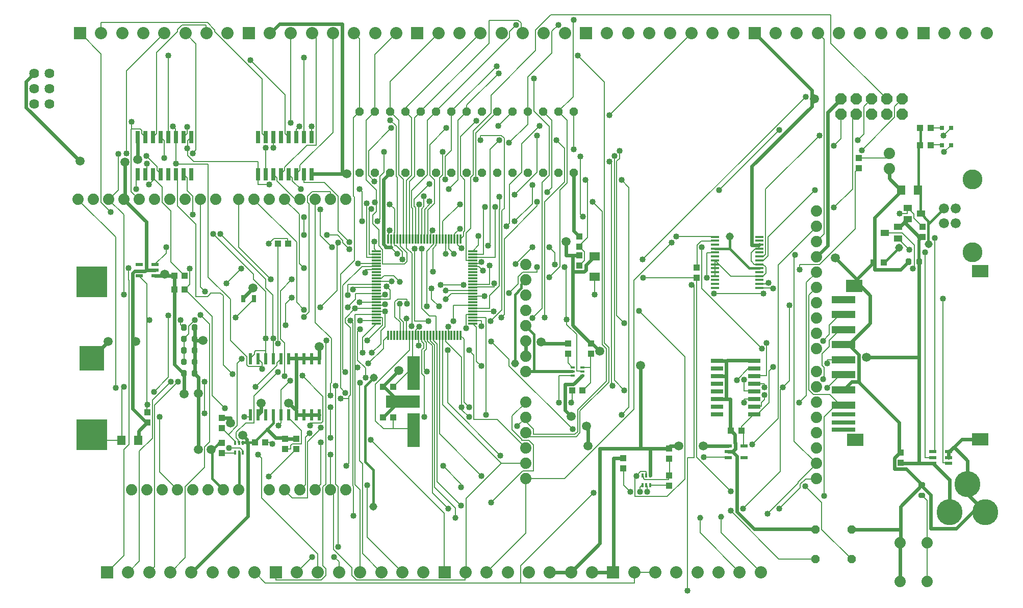
<source format=gtl>
G75*
%MOIN*%
%OFA0B0*%
%FSLAX24Y24*%
%IPPOS*%
%LPD*%
%AMOC8*
5,1,8,0,0,1.08239X$1,22.5*
%
%ADD10R,0.0433X0.0394*%
%ADD11R,0.0315X0.0472*%
%ADD12R,0.0800X0.0260*%
%ADD13R,0.0472X0.0217*%
%ADD14R,0.1102X0.0787*%
%ADD15R,0.1575X0.0276*%
%ADD16R,0.1575X0.0472*%
%ADD17R,0.1600X0.1600*%
%ADD18R,0.2000X0.2000*%
%ADD19C,0.0740*%
%ADD20R,0.0394X0.0433*%
%ADD21OC8,0.0560*%
%ADD22C,0.0640*%
%ADD23C,0.1700*%
%ADD24R,0.0550X0.0137*%
%ADD25R,0.0315X0.0315*%
%ADD26R,0.0551X0.0394*%
%ADD27C,0.0283*%
%ADD28R,0.0480X0.0245*%
%ADD29C,0.0660*%
%ADD30C,0.1300*%
%ADD31R,0.0551X0.0630*%
%ADD32R,0.0209X0.0780*%
%ADD33R,0.0591X0.0118*%
%ADD34R,0.0118X0.0591*%
%ADD35R,0.0709X0.0551*%
%ADD36R,0.0827X0.2205*%
%ADD37R,0.2205X0.0827*%
%ADD38R,0.0118X0.0276*%
%ADD39R,0.0260X0.0800*%
%ADD40R,0.0800X0.0800*%
%ADD41C,0.0800*%
%ADD42R,0.0276X0.0118*%
%ADD43OC8,0.0740*%
%ADD44C,0.0080*%
%ADD45C,0.0240*%
%ADD46C,0.0160*%
%ADD47C,0.0060*%
%ADD48C,0.0397*%
%ADD49C,0.0594*%
%ADD50C,0.0200*%
%ADD51C,0.0300*%
%ADD52C,0.0400*%
%ADD53C,0.0515*%
D10*
X013881Y009495D03*
X013881Y010165D03*
X013881Y011120D03*
X013881Y011790D03*
X018006Y010415D03*
X018756Y010415D03*
X018756Y009745D03*
X018006Y009745D03*
X024421Y011830D03*
X025091Y011830D03*
X025091Y013830D03*
X024421Y013830D03*
X036506Y015995D03*
X036506Y016665D03*
X038006Y016665D03*
X038006Y015995D03*
X037466Y013580D03*
X036796Y013580D03*
X043131Y009790D03*
X043131Y009120D03*
X040131Y009165D03*
X040131Y008495D03*
X047171Y010955D03*
X047841Y010955D03*
X056496Y021946D03*
X057165Y021946D03*
X059681Y023629D03*
X059681Y024299D03*
X055506Y028120D03*
X055506Y028790D03*
X037256Y023665D03*
X037256Y022995D03*
X037256Y022415D03*
X037256Y021745D03*
X018216Y023205D03*
X017546Y023205D03*
D11*
X015985Y019580D03*
X015277Y019580D03*
D12*
X046259Y015535D03*
X046259Y015035D03*
X046259Y014535D03*
X046259Y014035D03*
X046259Y013535D03*
X046259Y013035D03*
X046259Y012535D03*
X046259Y012035D03*
X048679Y012035D03*
X048679Y012535D03*
X048679Y013035D03*
X048679Y013535D03*
X048679Y014035D03*
X048679Y014535D03*
X048679Y015035D03*
X048679Y015535D03*
D13*
X048018Y009954D03*
X048018Y009206D03*
X046994Y009206D03*
X046994Y009580D03*
X046994Y009954D03*
X009518Y021081D03*
X009518Y021455D03*
X009518Y021829D03*
X008494Y021829D03*
X008494Y021081D03*
D14*
X055235Y020436D03*
X063464Y021381D03*
X063464Y010397D03*
X055275Y010358D03*
D15*
X054527Y011027D03*
X054527Y011499D03*
X054527Y012011D03*
D16*
X054527Y012641D03*
X054527Y013625D03*
X054527Y014610D03*
X054527Y015594D03*
X054527Y016578D03*
X054527Y017562D03*
X054527Y018547D03*
X054527Y019531D03*
D17*
X005381Y015705D03*
D18*
X005381Y010705D03*
X005381Y020705D03*
D19*
X005500Y026080D03*
X006500Y026080D03*
X007500Y026080D03*
X008500Y026080D03*
X009500Y026080D03*
X010500Y026080D03*
X011500Y026080D03*
X012500Y026080D03*
X013500Y026080D03*
X015000Y026080D03*
X016000Y026080D03*
X017000Y026080D03*
X018000Y026080D03*
X019000Y026080D03*
X020000Y026080D03*
X021000Y026080D03*
X022000Y026080D03*
X033756Y021824D03*
X033756Y020824D03*
X033756Y019824D03*
X033756Y018824D03*
X033756Y017824D03*
X033756Y016824D03*
X033756Y015824D03*
X033756Y014824D03*
X033756Y012824D03*
X033756Y011824D03*
X033756Y010824D03*
X033756Y009824D03*
X033756Y008824D03*
X033756Y007824D03*
X022000Y007080D03*
X021000Y007080D03*
X020000Y007080D03*
X019000Y007080D03*
X018000Y007080D03*
X017000Y007080D03*
X015000Y007080D03*
X014000Y007080D03*
X013000Y007080D03*
X012000Y007080D03*
X011000Y007080D03*
X010000Y007080D03*
X009000Y007080D03*
X008000Y007080D03*
X004500Y026080D03*
X052756Y025324D03*
X052756Y024324D03*
X052756Y023324D03*
X052756Y022324D03*
X052756Y021324D03*
X052756Y020324D03*
X052756Y019324D03*
X052756Y018324D03*
X052756Y017324D03*
X052756Y016324D03*
X052756Y014824D03*
X052756Y013824D03*
X052756Y012824D03*
X052756Y011824D03*
X052756Y010824D03*
X052756Y009824D03*
X052756Y008824D03*
X052756Y007824D03*
X058218Y003640D03*
X059998Y003640D03*
X059998Y001080D03*
X058218Y001080D03*
X057506Y028080D03*
X057506Y029080D03*
D20*
X059537Y029630D03*
X060207Y029630D03*
X060207Y030755D03*
X059537Y030755D03*
X044938Y021627D03*
X044938Y020958D03*
X058256Y009540D03*
X058256Y008870D03*
X043131Y008040D03*
X043131Y007370D03*
X016716Y010205D03*
X016046Y010205D03*
X009006Y011495D03*
X009006Y012165D03*
X010796Y020205D03*
X011466Y020205D03*
X011466Y021080D03*
X010796Y021080D03*
D21*
X022881Y027830D03*
X023881Y027830D03*
X024881Y027830D03*
X025881Y027830D03*
X026881Y027830D03*
X027881Y027830D03*
X028881Y027830D03*
X029881Y027830D03*
X030881Y027830D03*
X031881Y027830D03*
X032881Y027830D03*
X033881Y027830D03*
X034881Y027830D03*
X035881Y027830D03*
X036881Y027830D03*
X036881Y031830D03*
X035881Y031830D03*
X034881Y031830D03*
X033881Y031830D03*
X032881Y031830D03*
X031881Y031830D03*
X030881Y031830D03*
X029881Y031830D03*
X028881Y031830D03*
X027881Y031830D03*
X026881Y031830D03*
X025881Y031830D03*
X024881Y031830D03*
X023881Y031830D03*
X022881Y031830D03*
X052692Y004507D03*
X055052Y004507D03*
X055052Y002547D03*
X052692Y002547D03*
D22*
X002631Y032330D03*
X001631Y032330D03*
X001631Y033330D03*
X002631Y033330D03*
X002631Y034330D03*
X001631Y034330D03*
D23*
X061442Y005614D03*
X063804Y005614D03*
X062623Y007464D03*
D24*
X049013Y020305D03*
X049013Y020561D03*
X049013Y020817D03*
X049013Y021073D03*
X049013Y021329D03*
X049013Y021585D03*
X049013Y021841D03*
X049013Y022097D03*
X049013Y022353D03*
X049013Y022609D03*
X049013Y022864D03*
X049013Y023120D03*
X049013Y023376D03*
X049013Y023632D03*
X046134Y023632D03*
X046134Y023376D03*
X046134Y023120D03*
X046134Y022864D03*
X046134Y022609D03*
X046134Y022353D03*
X046134Y022097D03*
X046134Y021841D03*
X046134Y021585D03*
X046134Y021329D03*
X046134Y021073D03*
X046134Y020817D03*
X046134Y020561D03*
X046134Y020305D03*
D25*
X060952Y029630D03*
X061542Y029630D03*
X061542Y030755D03*
X060952Y030755D03*
D26*
X058707Y025529D03*
X059573Y025155D03*
X058707Y024781D03*
X058073Y024279D03*
X058073Y023531D03*
X057207Y023905D03*
D27*
X058736Y022080D02*
X058736Y021930D01*
X058736Y022080D02*
X058808Y022080D01*
X058808Y021930D01*
X058736Y021930D01*
X059436Y021930D02*
X059436Y022080D01*
X059508Y022080D01*
X059508Y021930D01*
X059436Y021930D01*
X059556Y007466D02*
X059706Y007466D01*
X059706Y007394D01*
X059556Y007394D01*
X059556Y007466D01*
X059556Y006766D02*
X059706Y006766D01*
X059706Y006694D01*
X059556Y006694D01*
X059556Y006766D01*
X012070Y014630D02*
X012070Y014780D01*
X012142Y014780D01*
X012142Y014630D01*
X012070Y014630D01*
X011370Y014630D02*
X011370Y014780D01*
X011442Y014780D01*
X011442Y014630D01*
X011370Y014630D01*
X011442Y015380D02*
X011442Y015530D01*
X011442Y015380D02*
X011370Y015380D01*
X011370Y015530D01*
X011442Y015530D01*
X012142Y015530D02*
X012142Y015380D01*
X012070Y015380D01*
X012070Y015530D01*
X012142Y015530D01*
X012142Y016130D02*
X012142Y016280D01*
X012142Y016130D02*
X012070Y016130D01*
X012070Y016280D01*
X012142Y016280D01*
X012142Y016880D02*
X012142Y017030D01*
X012142Y016880D02*
X012070Y016880D01*
X012070Y017030D01*
X012142Y017030D01*
X012142Y017630D02*
X012142Y017780D01*
X012142Y017630D02*
X012070Y017630D01*
X012070Y017780D01*
X012142Y017780D01*
X011442Y017780D02*
X011442Y017630D01*
X011370Y017630D01*
X011370Y017780D01*
X011442Y017780D01*
X011442Y017030D02*
X011442Y016880D01*
X011370Y016880D01*
X011370Y017030D01*
X011442Y017030D01*
X011442Y016280D02*
X011442Y016130D01*
X011370Y016130D01*
X011370Y016280D01*
X011442Y016280D01*
D28*
X060365Y009579D03*
X060365Y009205D03*
X060365Y008831D03*
X061397Y008831D03*
X061397Y009205D03*
X061397Y009579D03*
D29*
X061092Y024513D03*
X061872Y024513D03*
X061872Y025497D03*
X061092Y025497D03*
D30*
X062942Y027375D03*
X062942Y022635D03*
D31*
X059382Y026696D03*
X058280Y026696D03*
X008432Y010330D03*
X007330Y010330D03*
D32*
X015756Y011986D03*
X016256Y011986D03*
X016756Y011986D03*
X017256Y011986D03*
X017756Y011986D03*
X018256Y011986D03*
X018756Y011986D03*
X019256Y011986D03*
X019756Y011986D03*
X020256Y011986D03*
X020256Y015674D03*
X019756Y015674D03*
X019256Y015674D03*
X018756Y015674D03*
X018256Y015674D03*
X017756Y015674D03*
X017256Y015674D03*
X016756Y015674D03*
X016256Y015674D03*
X015756Y015674D03*
D33*
X023981Y017968D03*
X023981Y018165D03*
X023981Y018361D03*
X023981Y018558D03*
X023981Y018755D03*
X023981Y018952D03*
X023981Y019149D03*
X023981Y019346D03*
X023981Y019543D03*
X023981Y019739D03*
X023981Y019936D03*
X023981Y020133D03*
X023981Y020330D03*
X023981Y020527D03*
X023981Y020724D03*
X023981Y020921D03*
X023981Y021117D03*
X023981Y021314D03*
X023981Y021511D03*
X023981Y021708D03*
X023981Y021905D03*
X023981Y022102D03*
X023981Y022299D03*
X023981Y022495D03*
X023981Y022692D03*
X030281Y022692D03*
X030281Y022495D03*
X030281Y022299D03*
X030281Y022102D03*
X030281Y021905D03*
X030281Y021708D03*
X030281Y021511D03*
X030281Y021314D03*
X030281Y021117D03*
X030281Y020921D03*
X030281Y020724D03*
X030281Y020527D03*
X030281Y020330D03*
X030281Y020133D03*
X030281Y019936D03*
X030281Y019739D03*
X030281Y019543D03*
X030281Y019346D03*
X030281Y019149D03*
X030281Y018952D03*
X030281Y018755D03*
X030281Y018558D03*
X030281Y018361D03*
X030281Y018165D03*
X030281Y017968D03*
D34*
X029493Y017180D03*
X029296Y017180D03*
X029099Y017180D03*
X028903Y017180D03*
X028706Y017180D03*
X028509Y017180D03*
X028312Y017180D03*
X028115Y017180D03*
X027918Y017180D03*
X027721Y017180D03*
X027525Y017180D03*
X027328Y017180D03*
X027131Y017180D03*
X026934Y017180D03*
X026737Y017180D03*
X026540Y017180D03*
X026344Y017180D03*
X026147Y017180D03*
X025950Y017180D03*
X025753Y017180D03*
X025556Y017180D03*
X025359Y017180D03*
X025162Y017180D03*
X024966Y017180D03*
X024769Y017180D03*
X024769Y023480D03*
X024966Y023480D03*
X025162Y023480D03*
X025359Y023480D03*
X025556Y023480D03*
X025753Y023480D03*
X025950Y023480D03*
X026147Y023480D03*
X026344Y023480D03*
X026540Y023480D03*
X026737Y023480D03*
X026934Y023480D03*
X027131Y023480D03*
X027328Y023480D03*
X027525Y023480D03*
X027721Y023480D03*
X027918Y023480D03*
X028115Y023480D03*
X028312Y023480D03*
X028509Y023480D03*
X028706Y023480D03*
X028903Y023480D03*
X029099Y023480D03*
X029296Y023480D03*
X029493Y023480D03*
D35*
X038256Y022374D03*
X038256Y021036D03*
D36*
X026419Y014728D03*
X026419Y010987D03*
D37*
X025730Y012858D03*
D38*
X015262Y010145D03*
X015006Y010145D03*
X014750Y010145D03*
X014750Y009515D03*
X015006Y009515D03*
X015262Y009515D03*
X041375Y008020D03*
X041631Y008020D03*
X041887Y008020D03*
X041887Y007390D03*
X041631Y007390D03*
X041375Y007390D03*
D39*
X019757Y027735D03*
X019257Y027735D03*
X018757Y027735D03*
X018257Y027735D03*
X017757Y027735D03*
X017257Y027735D03*
X016757Y027735D03*
X016257Y027735D03*
X016257Y030155D03*
X016757Y030155D03*
X017257Y030155D03*
X017757Y030155D03*
X018257Y030155D03*
X018757Y030155D03*
X019257Y030155D03*
X019757Y030155D03*
X011883Y030155D03*
X011383Y030155D03*
X010883Y030155D03*
X010383Y030155D03*
X009883Y030155D03*
X009383Y030155D03*
X008883Y030155D03*
X008383Y030155D03*
X008383Y027735D03*
X008883Y027735D03*
X009383Y027735D03*
X009883Y027735D03*
X010383Y027735D03*
X010883Y027735D03*
X011383Y027735D03*
X011883Y027735D03*
D40*
X006393Y001705D03*
X017416Y001705D03*
X028440Y001705D03*
X039464Y001705D03*
X037692Y036957D03*
X026668Y036957D03*
X015645Y036957D03*
X004621Y036957D03*
X048716Y036957D03*
X059739Y036957D03*
D41*
X058361Y036957D03*
X056983Y036957D03*
X055605Y036957D03*
X054227Y036957D03*
X052849Y036957D03*
X051471Y036957D03*
X050094Y036957D03*
X047338Y036957D03*
X045960Y036957D03*
X044582Y036957D03*
X043204Y036957D03*
X041826Y036957D03*
X040448Y036957D03*
X039070Y036957D03*
X036314Y036960D03*
X034936Y036960D03*
X033558Y036960D03*
X032180Y036960D03*
X030802Y036960D03*
X029424Y036960D03*
X028046Y036960D03*
X025290Y036957D03*
X023912Y036957D03*
X022534Y036957D03*
X021156Y036957D03*
X019779Y036957D03*
X018401Y036957D03*
X017023Y036957D03*
X014267Y036960D03*
X012889Y036960D03*
X011511Y036960D03*
X010133Y036960D03*
X008755Y036960D03*
X007377Y036960D03*
X005999Y036960D03*
X061117Y036957D03*
X062495Y036957D03*
X063873Y036957D03*
X049109Y001705D03*
X047731Y001705D03*
X046353Y001705D03*
X044975Y001705D03*
X043597Y001705D03*
X042219Y001705D03*
X040842Y001705D03*
X038086Y001702D03*
X036708Y001702D03*
X035330Y001702D03*
X033952Y001702D03*
X032574Y001702D03*
X031196Y001702D03*
X029818Y001702D03*
X027062Y001705D03*
X025684Y001705D03*
X024306Y001705D03*
X022928Y001705D03*
X021550Y001705D03*
X020172Y001705D03*
X018794Y001705D03*
X016038Y001702D03*
X014660Y001702D03*
X013282Y001702D03*
X011905Y001702D03*
X010527Y001702D03*
X009149Y001702D03*
X007771Y001702D03*
D42*
X036816Y014574D03*
X036816Y014830D03*
X036816Y015086D03*
X037446Y015086D03*
X037446Y014830D03*
X037446Y014574D03*
D43*
X054356Y031645D03*
X054356Y032645D03*
X055356Y032645D03*
X056356Y032645D03*
X056356Y031645D03*
X055356Y031645D03*
X057356Y031645D03*
X058356Y031645D03*
X058356Y032645D03*
X057356Y032645D03*
D44*
X057341Y032645D01*
X053701Y036285D01*
X053701Y038145D01*
X035381Y038145D01*
X034401Y037165D01*
X034401Y035825D01*
X031481Y032905D01*
X031481Y031725D01*
X030321Y030565D01*
X030321Y027685D01*
X030161Y027525D01*
X030161Y024185D01*
X029861Y023885D01*
X029861Y022105D01*
X030261Y022105D01*
X030281Y022102D01*
X030281Y022299D02*
X030281Y022305D01*
X031741Y022305D01*
X031741Y025605D01*
X032021Y025425D02*
X032061Y025465D01*
X032061Y026205D01*
X032021Y026245D01*
X032341Y025505D02*
X032341Y030085D01*
X032161Y030265D01*
X030801Y030265D01*
X030801Y029945D01*
X030481Y030425D02*
X031881Y031825D01*
X031881Y031830D01*
X031961Y030905D02*
X032881Y031825D01*
X032881Y031830D01*
X033881Y031830D02*
X033881Y031005D01*
X032661Y029785D01*
X032021Y029945D02*
X031421Y029345D01*
X031421Y023185D01*
X031301Y023065D01*
X030661Y023085D02*
X030661Y023705D01*
X029761Y024025D02*
X029761Y027365D01*
X029481Y027645D01*
X029481Y030185D01*
X030521Y031225D01*
X030481Y030425D02*
X030481Y027385D01*
X029321Y027365D02*
X029321Y031265D01*
X029881Y031825D01*
X029881Y031830D01*
X029901Y031865D01*
X029901Y032245D01*
X031981Y034325D01*
X031841Y034805D02*
X028901Y031865D01*
X028881Y031830D01*
X028881Y029305D01*
X028481Y028905D01*
X028481Y027425D01*
X028501Y027405D01*
X028321Y027685D02*
X028321Y029205D01*
X027481Y029665D02*
X028561Y030745D01*
X027881Y031825D02*
X027321Y031265D01*
X027321Y027685D01*
X026301Y026665D01*
X026301Y025545D01*
X026341Y025505D01*
X026341Y023485D01*
X026344Y023480D01*
X026540Y023480D02*
X026541Y023485D01*
X026541Y025545D01*
X026461Y025625D01*
X026461Y026105D01*
X027461Y027105D01*
X027781Y027345D02*
X027481Y027645D01*
X027481Y029665D01*
X024961Y030745D02*
X023481Y029265D01*
X023481Y027645D01*
X023861Y027265D01*
X024221Y027585D02*
X024481Y027845D01*
X024481Y029205D01*
X024221Y027585D02*
X024221Y024805D01*
X024061Y024645D01*
X023741Y024505D02*
X023741Y025065D01*
X023981Y025305D01*
X023981Y025885D01*
X023901Y025885D01*
X023981Y025885D02*
X023981Y026685D01*
X023321Y027345D01*
X023321Y031265D01*
X023881Y031825D01*
X023881Y031830D01*
X023901Y031865D01*
X023901Y035565D01*
X025281Y036945D01*
X025290Y036957D01*
X022881Y036605D02*
X022881Y031830D01*
X022861Y031805D01*
X022481Y031425D01*
X022481Y026305D01*
X022541Y026245D01*
X022541Y022105D01*
X021641Y021205D01*
X021641Y013745D01*
X021961Y013425D01*
X022181Y013185D02*
X022281Y013285D01*
X022281Y017705D01*
X021961Y018025D01*
X021961Y018305D01*
X022601Y018945D01*
X023981Y018945D01*
X023981Y018952D01*
X023981Y018755D02*
X024001Y018745D01*
X024561Y018745D01*
X024561Y017765D01*
X024281Y017485D01*
X024281Y016625D01*
X023701Y016045D01*
X023081Y016045D02*
X023081Y017065D01*
X023981Y017965D01*
X023981Y017968D01*
X023981Y018165D02*
X023981Y018165D01*
X022921Y018165D01*
X022601Y018545D02*
X022601Y015105D01*
X022761Y015105D01*
X022601Y015105D02*
X022601Y007425D01*
X022921Y007105D01*
X022921Y001705D01*
X022928Y001705D01*
X022701Y001185D02*
X029801Y001185D01*
X029801Y001685D01*
X029818Y001702D01*
X029841Y001725D01*
X029841Y006525D01*
X032141Y008825D01*
X033741Y008825D01*
X033756Y008824D01*
X033561Y008325D02*
X034261Y008325D01*
X034261Y010025D01*
X033961Y010325D01*
X033481Y010325D01*
X033481Y010405D01*
X032861Y011025D01*
X032861Y011925D01*
X033741Y012805D01*
X033756Y012824D01*
X033756Y011824D02*
X033641Y011665D01*
X034261Y011045D01*
X034261Y010725D01*
X036961Y010725D01*
X037141Y010905D01*
X037141Y012325D01*
X039021Y014205D01*
X039021Y016325D01*
X038741Y016605D01*
X038741Y025305D01*
X038121Y025925D01*
X037321Y025125D02*
X037321Y028885D01*
X036881Y029365D02*
X036881Y031830D01*
X036441Y031265D02*
X035881Y031825D01*
X035881Y031830D01*
X035901Y031865D01*
X036841Y032805D01*
X036841Y037785D01*
X036881Y037825D01*
X035881Y037505D02*
X035461Y037085D01*
X035461Y035645D01*
X033901Y034085D01*
X033901Y031865D01*
X033881Y031830D01*
X034281Y031845D02*
X034281Y034005D01*
X037161Y035505D02*
X038901Y033765D01*
X038901Y016685D01*
X039181Y016405D01*
X039181Y014125D01*
X037301Y012245D01*
X037301Y010825D01*
X037041Y010565D01*
X033761Y010565D01*
X033761Y010805D01*
X033756Y010824D01*
X033181Y011245D02*
X033741Y011805D01*
X033756Y011824D01*
X031881Y011685D02*
X030361Y011685D01*
X030361Y015905D01*
X030041Y016225D01*
X029721Y016945D02*
X029721Y012825D01*
X030041Y012505D01*
X029561Y012505D02*
X029561Y012325D01*
X030041Y011845D01*
X029561Y012505D02*
X029541Y012505D01*
X029561Y012505D02*
X029561Y015765D01*
X028521Y016805D01*
X028521Y017165D01*
X028509Y017180D01*
X028321Y017165D02*
X028312Y017180D01*
X028321Y017165D02*
X028321Y012645D01*
X032141Y008825D01*
X032101Y009325D02*
X028641Y012785D01*
X028641Y016225D01*
X027961Y016625D02*
X027721Y016865D01*
X027721Y017180D01*
X027721Y017180D01*
X027721Y017165D01*
X027901Y017185D02*
X027918Y017180D01*
X027901Y017185D02*
X027901Y018445D01*
X027461Y018445D01*
X026961Y018945D01*
X026961Y022845D01*
X027281Y022705D02*
X027281Y019085D01*
X027601Y019565D02*
X027601Y020245D01*
X028201Y020485D02*
X029701Y020485D01*
X030281Y020525D02*
X030281Y020527D01*
X030281Y020525D02*
X031381Y020525D01*
X031381Y021745D01*
X030961Y021425D02*
X030681Y021705D01*
X030281Y021705D01*
X030281Y021708D01*
X030281Y021905D02*
X030281Y021905D01*
X030861Y021905D01*
X030861Y021985D01*
X030981Y022505D02*
X030281Y022505D01*
X030281Y022495D01*
X030281Y022692D02*
X030281Y022705D01*
X030661Y023085D01*
X030981Y022505D02*
X030981Y025485D01*
X031101Y025605D01*
X032021Y025425D02*
X032021Y020425D01*
X031381Y019785D01*
X031381Y018965D01*
X030281Y018965D01*
X030281Y018952D01*
X030281Y018765D02*
X030281Y018755D01*
X030281Y018765D02*
X031641Y018765D01*
X032181Y018845D02*
X031461Y018125D01*
X031161Y017945D02*
X031161Y012005D01*
X031881Y011685D02*
X033741Y009825D01*
X033756Y009824D01*
X033561Y008325D02*
X031501Y006265D01*
X029521Y006065D02*
X027961Y007625D01*
X027961Y016625D01*
X028121Y017165D02*
X028115Y017180D01*
X028121Y017165D02*
X028121Y010745D01*
X030861Y008005D01*
X029521Y007465D02*
X029521Y007245D01*
X029521Y007465D02*
X028341Y008645D01*
X028421Y005545D02*
X023621Y010345D01*
X022881Y009005D02*
X022881Y014065D01*
X022921Y014105D01*
X023281Y014425D02*
X023281Y015045D01*
X022761Y015565D01*
X022761Y017425D01*
X022921Y017585D01*
X022441Y018005D02*
X022441Y007345D01*
X022501Y007285D01*
X022501Y005405D01*
X021181Y006885D02*
X021181Y003205D01*
X022401Y001985D01*
X022401Y001485D01*
X022701Y001185D01*
X021550Y001705D02*
X021541Y001705D01*
X021541Y002385D01*
X021221Y002705D01*
X021501Y003345D02*
X021501Y007285D01*
X021321Y007465D01*
X021321Y013905D01*
X021041Y014085D02*
X021001Y014045D01*
X021001Y013245D01*
X020501Y013205D02*
X020501Y011565D01*
X020401Y011465D01*
X019661Y011465D01*
X019661Y011305D01*
X019621Y010805D02*
X019341Y010525D01*
X019341Y007425D01*
X019001Y007085D01*
X019000Y007080D01*
X018501Y006565D02*
X019501Y006565D01*
X019501Y010225D01*
X020361Y011085D01*
X020361Y011145D01*
X021001Y010485D02*
X021001Y012485D01*
X021641Y013065D02*
X022181Y013065D01*
X022181Y008825D01*
X022021Y008665D01*
X022881Y009005D02*
X023081Y008805D01*
X023081Y002925D01*
X024301Y001705D01*
X024306Y001705D01*
X025681Y001705D02*
X025684Y001705D01*
X025681Y001705D02*
X023401Y003985D01*
X023401Y007405D01*
X021181Y006885D02*
X021001Y007065D01*
X021000Y007080D01*
X021001Y007105D01*
X021001Y009385D01*
X020361Y010185D02*
X020361Y007445D01*
X020001Y007085D01*
X020000Y007080D01*
X020501Y007285D02*
X020681Y007465D01*
X020681Y016805D01*
X020721Y016845D01*
X021041Y016985D02*
X021041Y014085D01*
X020501Y013205D02*
X019161Y014545D01*
X018361Y014225D02*
X017761Y013625D01*
X017761Y012025D01*
X017756Y011986D01*
X017741Y011985D01*
X017741Y011445D01*
X017601Y011305D01*
X018261Y011805D02*
X018261Y011985D01*
X018256Y011986D01*
X018261Y011805D02*
X019101Y010965D01*
X019101Y010085D01*
X018501Y010085D01*
X018401Y009985D01*
X018401Y009765D01*
X018021Y009765D01*
X018006Y009745D01*
X018741Y009745D02*
X018756Y009745D01*
X018741Y009745D02*
X016961Y007965D01*
X018000Y007080D02*
X018001Y007065D01*
X018501Y006565D01*
X016501Y006565D02*
X020161Y002905D01*
X020161Y001705D01*
X020172Y001705D01*
X020501Y002125D02*
X020701Y001925D01*
X020701Y001485D01*
X020401Y001185D01*
X017421Y001185D01*
X017421Y001705D01*
X017416Y001705D01*
X016721Y001005D02*
X033421Y001005D01*
X033421Y002125D01*
X038201Y006905D01*
X040141Y007405D02*
X040141Y008485D01*
X040131Y008495D01*
X040901Y007925D02*
X040981Y008005D01*
X041261Y008285D01*
X041621Y008285D01*
X041621Y008025D01*
X041631Y008020D01*
X041441Y007945D02*
X041441Y007825D01*
X041521Y007745D01*
X043101Y007745D01*
X043101Y008025D01*
X043131Y008040D01*
X043141Y008045D01*
X043141Y009105D01*
X043131Y009120D01*
X044321Y009205D02*
X044321Y000505D01*
X042219Y001705D02*
X040842Y001705D01*
X040841Y001705D01*
X040841Y001005D01*
X033421Y001005D01*
X031201Y001705D02*
X031196Y001702D01*
X031201Y001705D02*
X033761Y004265D01*
X033761Y007785D01*
X033756Y007824D01*
X033761Y007825D01*
X036301Y007825D01*
X040821Y012345D01*
X040821Y020805D01*
X043281Y023265D01*
X043581Y023645D02*
X046121Y023645D01*
X046134Y023632D01*
X046134Y023376D02*
X046121Y023365D01*
X045221Y023365D01*
X044941Y023085D01*
X044941Y021645D01*
X044938Y021627D01*
X044938Y020958D02*
X044921Y020905D01*
X044921Y009225D01*
X047141Y007005D01*
X047941Y005845D02*
X050401Y008305D01*
X050401Y013645D01*
X050561Y013805D01*
X050981Y014225D01*
X050981Y019145D01*
X052261Y019825D02*
X052261Y013625D01*
X052561Y013325D01*
X053621Y013325D01*
X054301Y012645D01*
X054521Y012645D01*
X054527Y012641D01*
X054161Y012745D01*
X053261Y011845D01*
X053261Y006685D01*
X053101Y006245D02*
X052021Y007325D01*
X051701Y007225D02*
X051701Y007465D01*
X052041Y007805D01*
X052741Y007805D01*
X052756Y007824D01*
X052741Y008785D02*
X052756Y008824D01*
X052741Y008825D01*
X051301Y010265D01*
X051301Y022405D01*
X051361Y022465D01*
X051641Y021825D02*
X051641Y021505D01*
X051641Y021825D02*
X052961Y021825D01*
X055281Y024145D01*
X055281Y027885D01*
X055501Y028105D01*
X055506Y028120D01*
X055506Y028790D02*
X055521Y028805D01*
X057501Y028805D01*
X057501Y029065D01*
X057506Y029080D01*
X055721Y029305D02*
X057861Y031445D01*
X057861Y032145D01*
X058341Y032625D01*
X058356Y032645D01*
X056356Y032645D02*
X056341Y032625D01*
X055861Y032145D01*
X055861Y030365D01*
X055441Y029945D01*
X054341Y030045D02*
X053901Y029605D01*
X054341Y030045D02*
X054341Y031625D01*
X054356Y031645D01*
X055121Y031405D02*
X055341Y031625D01*
X055356Y031645D01*
X055121Y031405D02*
X055121Y026765D01*
X053901Y025545D01*
X052756Y024324D02*
X052741Y024305D01*
X050241Y021805D01*
X050241Y011745D01*
X048541Y010045D01*
X048018Y009954D02*
X048001Y009965D01*
X048001Y010785D01*
X047841Y010945D01*
X047841Y010955D01*
X047861Y010985D01*
X047861Y011225D01*
X048661Y012025D01*
X048679Y012035D01*
X048701Y012065D01*
X048921Y012065D01*
X049661Y012805D01*
X049661Y014865D01*
X049921Y015125D01*
X049501Y014545D02*
X048681Y014545D01*
X048679Y014535D01*
X048661Y015025D02*
X048301Y015025D01*
X047541Y014265D01*
X048021Y014285D02*
X048021Y013545D01*
X048661Y013545D01*
X048679Y013535D01*
X048681Y014025D02*
X048679Y014035D01*
X048681Y014025D02*
X049341Y014025D01*
X049341Y013805D01*
X049341Y013305D02*
X049341Y012985D01*
X049161Y012805D01*
X049161Y012545D01*
X048681Y012545D01*
X048679Y012535D01*
X048661Y013025D02*
X048021Y013025D01*
X048021Y012785D01*
X048661Y013025D02*
X048679Y013035D01*
X049501Y014545D02*
X049501Y016685D01*
X049181Y016325D02*
X045261Y020245D01*
X045261Y022945D01*
X045581Y022605D02*
X045581Y020945D01*
X044938Y020958D02*
X044921Y020945D01*
X041421Y020945D01*
X041381Y022145D02*
X052041Y032805D01*
X050321Y030625D02*
X046401Y026705D01*
X049421Y026745D02*
X049421Y022485D01*
X049301Y022365D01*
X049021Y022365D01*
X049013Y022353D01*
X049021Y022105D02*
X049013Y022097D01*
X049021Y022105D02*
X049281Y022105D01*
X049581Y022405D01*
X049581Y023625D01*
X052661Y026705D01*
X049421Y026745D02*
X052941Y030265D01*
X060207Y030755D02*
X060221Y030765D01*
X060941Y030765D01*
X060952Y030755D01*
X061061Y030265D02*
X061541Y030745D01*
X061542Y030755D01*
X061542Y029630D02*
X061541Y029625D01*
X061101Y029185D01*
X060952Y029630D02*
X060941Y029645D01*
X060221Y029645D01*
X060207Y029630D01*
X058721Y025525D02*
X058707Y025529D01*
X058681Y025505D01*
X058681Y025145D01*
X058201Y025145D01*
X058721Y025525D02*
X059121Y025125D01*
X059121Y024865D01*
X059681Y024305D01*
X059681Y024299D01*
X060481Y023545D02*
X060481Y009685D01*
X060381Y009585D01*
X060365Y009579D01*
X060365Y009205D02*
X059861Y009205D01*
X059861Y022625D01*
X059141Y023105D02*
X058361Y023885D01*
X057221Y023885D01*
X057207Y023905D01*
X058073Y023531D02*
X058081Y023525D01*
X058821Y022785D01*
X059141Y023105D02*
X059141Y021625D01*
X059061Y021545D01*
X061021Y019585D02*
X061021Y008845D01*
X061381Y008845D01*
X061397Y008831D01*
X059641Y006725D02*
X059631Y006730D01*
X059641Y006725D02*
X059981Y006385D01*
X059981Y003645D01*
X059998Y003640D01*
X060001Y003605D01*
X060001Y001085D01*
X059998Y001080D01*
X055052Y002547D02*
X055041Y002565D01*
X053101Y004505D01*
X053101Y006245D01*
X051701Y007225D02*
X050321Y005845D01*
X049541Y005525D02*
X051541Y007525D01*
X051541Y007585D01*
X052741Y008785D01*
X047141Y005725D02*
X050301Y002565D01*
X052681Y002565D01*
X052692Y002547D01*
X044161Y007805D02*
X043001Y006645D01*
X040901Y006645D01*
X040901Y007925D01*
X041375Y008020D02*
X041381Y008005D01*
X041441Y007945D01*
X041375Y007390D02*
X041361Y007385D01*
X041221Y007245D01*
X041221Y006965D01*
X041701Y006965D02*
X041701Y007325D01*
X041641Y007385D01*
X041631Y007390D01*
X041887Y007390D02*
X041901Y007385D01*
X043121Y007385D01*
X043131Y007370D01*
X044161Y007805D02*
X044161Y015785D01*
X041141Y018805D01*
X040181Y018005D02*
X039701Y018485D01*
X039701Y028585D01*
X039881Y028765D01*
X039881Y029265D01*
X039541Y028925D02*
X039541Y014245D01*
X040181Y013605D01*
X039421Y013905D02*
X039341Y013985D01*
X039341Y028445D01*
X039221Y028565D01*
X040021Y027345D02*
X040501Y026865D01*
X040501Y012485D01*
X040021Y012005D01*
X038001Y014105D02*
X037481Y013585D01*
X037466Y013580D01*
X036796Y013580D02*
X036781Y013565D01*
X036781Y012865D01*
X036721Y012805D01*
X035921Y012805D02*
X035921Y014565D01*
X036801Y014565D01*
X036816Y014574D01*
X037081Y014845D02*
X037081Y017245D01*
X036421Y017905D01*
X036421Y018225D01*
X036401Y018245D01*
X036401Y021545D01*
X036301Y021645D01*
X035981Y021685D02*
X035981Y026685D01*
X036441Y027145D01*
X036441Y031265D01*
X035441Y031265D02*
X034881Y031825D01*
X034881Y031830D01*
X034281Y031845D02*
X035281Y030845D01*
X035281Y027645D01*
X034821Y027185D01*
X034821Y018965D01*
X034181Y018325D01*
X034981Y018345D02*
X034981Y025925D01*
X036281Y027225D01*
X036281Y029425D01*
X035761Y029945D01*
X034481Y030265D02*
X034481Y027845D01*
X033021Y026385D01*
X032701Y027065D02*
X033481Y027845D01*
X033481Y029725D01*
X034661Y030905D01*
X035441Y031265D02*
X035441Y026845D01*
X035141Y026545D01*
X034501Y025925D02*
X034501Y025665D01*
X032341Y023505D01*
X032341Y018545D01*
X032141Y018345D01*
X032181Y018845D02*
X032181Y025345D01*
X032341Y025505D01*
X033021Y024645D02*
X034181Y025805D01*
X034181Y027025D01*
X032701Y027065D02*
X032701Y024525D01*
X032501Y024325D01*
X034181Y022945D02*
X033101Y021865D01*
X033561Y021325D02*
X034501Y021325D01*
X034501Y021645D01*
X035661Y021825D02*
X035661Y022585D01*
X035301Y022945D01*
X035981Y021685D02*
X035301Y021005D01*
X033561Y021325D02*
X033261Y021025D01*
X033261Y020545D01*
X032661Y019945D01*
X031701Y020345D02*
X031701Y020585D01*
X031701Y020345D02*
X030281Y020345D01*
X030281Y020330D01*
X030281Y019745D02*
X030281Y019739D01*
X030281Y019745D02*
X031061Y019745D01*
X030281Y019149D02*
X030261Y019145D01*
X029021Y019145D01*
X029021Y018125D01*
X028701Y017765D02*
X028701Y017185D01*
X028706Y017180D01*
X029493Y017180D02*
X029501Y017165D01*
X029721Y016945D01*
X029861Y017645D02*
X029861Y018545D01*
X030261Y018545D01*
X030281Y018558D01*
X030281Y018361D02*
X030281Y018345D01*
X031141Y018345D01*
X031141Y017965D01*
X031161Y017945D01*
X030841Y017805D02*
X030841Y018165D01*
X030281Y018165D01*
X030281Y018165D01*
X030281Y017968D02*
X030281Y017965D01*
X030521Y017725D01*
X030521Y015505D01*
X030841Y015185D01*
X031481Y016805D02*
X032661Y015625D01*
X032661Y015205D01*
X036821Y011045D01*
X038001Y014105D02*
X038001Y015085D01*
X037461Y015085D01*
X037446Y015086D01*
X037441Y014845D02*
X037446Y014830D01*
X037441Y014845D02*
X037081Y014845D01*
X036816Y015086D02*
X036801Y015105D01*
X036521Y015385D01*
X036521Y015985D01*
X036506Y015995D01*
X038001Y015985D02*
X038001Y015085D01*
X038001Y015985D02*
X038006Y015995D01*
X038261Y019845D02*
X038261Y021025D01*
X038256Y021036D01*
X037256Y021745D02*
X037261Y021765D01*
X037601Y022105D01*
X037601Y022665D01*
X037261Y023005D01*
X037256Y022995D01*
X037261Y023045D01*
X037801Y023585D01*
X037801Y027185D01*
X037641Y027345D01*
X037321Y025125D02*
X037481Y024965D01*
X029761Y024025D02*
X029701Y023965D01*
X029701Y023685D01*
X029501Y023485D01*
X029493Y023480D01*
X029301Y023465D02*
X029296Y023480D01*
X029301Y023465D02*
X029301Y023125D01*
X029541Y022885D01*
X029099Y023480D02*
X029101Y023485D01*
X029101Y023825D01*
X029441Y024165D01*
X028321Y024645D02*
X029441Y025765D01*
X027781Y025825D02*
X027781Y027345D01*
X028121Y027485D02*
X028321Y027685D01*
X028121Y027485D02*
X028121Y023485D01*
X028115Y023480D01*
X027918Y023480D02*
X027901Y023465D01*
X027901Y023085D01*
X027681Y022865D01*
X027681Y021365D01*
X027281Y022705D02*
X027721Y023145D01*
X027721Y023465D01*
X027721Y023480D01*
X027541Y023485D02*
X027525Y023480D01*
X027541Y023485D02*
X027541Y023945D01*
X027661Y024065D01*
X028321Y024645D02*
X028321Y023485D01*
X028312Y023480D01*
X027341Y023485D02*
X027328Y023480D01*
X027341Y023485D02*
X027341Y025385D01*
X027781Y025825D01*
X027461Y025745D02*
X027141Y025425D01*
X027141Y023485D01*
X027131Y023480D01*
X026941Y023485D02*
X026934Y023480D01*
X026941Y023485D02*
X026941Y025465D01*
X027101Y025625D01*
X027101Y026285D01*
X027461Y025965D02*
X027461Y025745D01*
X026781Y025765D02*
X026741Y025725D01*
X026741Y023485D01*
X026737Y023480D01*
X026147Y023480D02*
X026141Y023485D01*
X026141Y027265D01*
X026481Y027605D01*
X026481Y031425D01*
X026881Y031825D01*
X026881Y031830D01*
X026901Y031865D01*
X031341Y036305D01*
X031341Y037805D01*
X033261Y037805D01*
X033441Y037625D01*
X033441Y037065D01*
X033541Y036965D01*
X033558Y036960D01*
X033121Y037485D02*
X032701Y037065D01*
X032701Y036665D01*
X027901Y031865D01*
X027881Y031830D01*
X027881Y031825D01*
X026281Y031425D02*
X025881Y031825D01*
X025881Y031830D01*
X025901Y031865D01*
X025901Y032045D01*
X030801Y036945D01*
X030802Y036960D01*
X028046Y036960D02*
X028041Y036945D01*
X024901Y033805D01*
X024901Y031865D01*
X024881Y031830D01*
X024881Y031825D01*
X025441Y031265D01*
X025441Y027685D01*
X025741Y027385D01*
X025741Y023485D01*
X025753Y023480D01*
X025561Y023465D02*
X025561Y023025D01*
X026001Y022585D01*
X026001Y022025D01*
X025821Y021845D01*
X024401Y021845D01*
X024401Y022805D01*
X024161Y023045D01*
X024161Y024085D01*
X023741Y024505D01*
X023041Y024645D02*
X023041Y026605D01*
X022901Y026745D01*
X023361Y025825D02*
X023341Y025805D01*
X023341Y025305D01*
X023361Y025285D01*
X023361Y022305D01*
X023981Y022305D01*
X023981Y022299D01*
X023981Y022495D02*
X023981Y022505D01*
X023521Y022505D01*
X023521Y025305D01*
X023661Y025445D01*
X024861Y025765D02*
X025181Y025445D01*
X025181Y023925D01*
X025161Y023905D01*
X025161Y023485D01*
X025162Y023480D01*
X025161Y023445D01*
X025161Y023145D01*
X025201Y023105D01*
X025201Y023045D01*
X025301Y023045D01*
X025681Y022665D01*
X025681Y022165D01*
X026321Y022545D02*
X025961Y022905D01*
X025961Y023445D01*
X025950Y023480D01*
X025961Y023485D01*
X025961Y027325D01*
X026281Y027645D01*
X026281Y031425D01*
X025281Y030885D02*
X024901Y031265D01*
X025281Y030885D02*
X025281Y027605D01*
X025361Y027525D01*
X025361Y023485D01*
X025359Y023480D01*
X025556Y023480D02*
X025561Y023465D01*
X024781Y023485D02*
X024769Y023480D01*
X024781Y023485D02*
X024781Y023985D01*
X024861Y024065D01*
X023841Y023325D02*
X023841Y022845D01*
X023981Y022705D01*
X023981Y022692D01*
X023981Y021905D02*
X022801Y021905D01*
X023061Y021705D02*
X021801Y020445D01*
X021801Y014945D01*
X021961Y014785D01*
X023461Y015345D02*
X024441Y016325D01*
X024441Y016845D01*
X024761Y017165D01*
X024769Y017180D01*
X025541Y017185D02*
X025556Y017180D01*
X025541Y017185D02*
X025541Y018045D01*
X025201Y018385D01*
X025201Y019385D01*
X025381Y019565D01*
X026001Y019565D01*
X026001Y019245D01*
X024881Y019545D02*
X024881Y020165D01*
X024641Y020405D01*
X024561Y019865D02*
X024561Y019745D01*
X024001Y019745D01*
X023981Y019739D01*
X023981Y019925D02*
X023981Y019936D01*
X023981Y019925D02*
X022621Y019925D01*
X022621Y019545D01*
X022121Y019045D01*
X022121Y019025D01*
X022601Y018545D02*
X023981Y018545D01*
X023981Y018558D01*
X023981Y018361D02*
X024001Y018345D01*
X024401Y018345D01*
X024401Y017845D01*
X023401Y016845D01*
X022441Y018005D02*
X022281Y018165D01*
X023981Y019149D02*
X024001Y019165D01*
X024561Y019165D01*
X024561Y019225D01*
X024881Y019545D02*
X024001Y019545D01*
X023981Y019543D01*
X023981Y019346D02*
X023981Y019345D01*
X022881Y019345D01*
X022121Y019825D02*
X022121Y020525D01*
X023981Y020525D01*
X023981Y020527D01*
X023981Y020330D02*
X023981Y020325D01*
X022441Y020325D01*
X022441Y020205D01*
X021421Y020125D02*
X020321Y019025D01*
X019581Y018725D02*
X019581Y025805D01*
X019501Y025885D01*
X019501Y026285D01*
X019801Y026585D01*
X020981Y026585D01*
X020981Y026085D01*
X021000Y026080D01*
X021501Y026305D02*
X020601Y027205D01*
X019261Y027205D01*
X019261Y027725D01*
X019257Y027735D01*
X019001Y027985D02*
X019001Y028325D01*
X021141Y030465D01*
X021141Y036945D01*
X021156Y036957D01*
X020061Y036665D02*
X019781Y036945D01*
X019779Y036957D01*
X020061Y036665D02*
X020061Y029625D01*
X019441Y029625D01*
X018001Y028185D01*
X018001Y027985D01*
X017761Y027745D01*
X017757Y027735D01*
X017501Y027485D02*
X017501Y027285D01*
X018701Y026085D01*
X018981Y026085D01*
X019000Y026080D01*
X020000Y026080D02*
X020001Y026065D01*
X020001Y018025D01*
X021041Y016985D01*
X019581Y018725D02*
X019241Y018385D01*
X019261Y018865D02*
X018781Y019345D01*
X018781Y023285D01*
X016001Y026065D01*
X016000Y026080D01*
X015001Y026065D02*
X015000Y026080D01*
X015001Y026065D02*
X015001Y022945D01*
X017081Y020865D01*
X016761Y020865D02*
X016761Y020285D01*
X017221Y019825D01*
X017221Y017025D01*
X017241Y017005D01*
X017241Y015685D01*
X017256Y015674D01*
X017481Y015405D02*
X017481Y015225D01*
X016081Y013825D01*
X016001Y013225D02*
X017561Y014785D01*
X017981Y014525D02*
X017981Y016685D01*
X017721Y016945D01*
X017721Y020105D01*
X018461Y020845D01*
X019261Y021585D02*
X018941Y021905D01*
X018941Y025125D01*
X018001Y026065D01*
X018000Y026080D01*
X019041Y026745D02*
X018501Y027285D01*
X018501Y027485D01*
X018261Y027725D01*
X018257Y027735D01*
X018757Y027735D02*
X018761Y027745D01*
X019001Y027985D01*
X017501Y027485D02*
X017261Y027725D01*
X017257Y027735D01*
X016761Y027745D02*
X016757Y027735D01*
X016761Y027745D02*
X016761Y029465D01*
X017261Y029465D02*
X017261Y030145D01*
X017257Y030155D01*
X016757Y030155D02*
X016741Y030165D01*
X016521Y030385D01*
X016521Y033965D01*
X013421Y037065D01*
X013421Y037165D01*
X012941Y037645D01*
X006001Y037645D01*
X006001Y036965D01*
X005999Y036960D01*
X004641Y036945D02*
X004621Y036957D01*
X004641Y036945D02*
X006001Y035585D01*
X006001Y025885D01*
X006621Y025265D01*
X006501Y026065D02*
X006500Y026080D01*
X006521Y026105D01*
X007121Y026705D01*
X007121Y029045D01*
X007641Y029105D02*
X007661Y029125D01*
X007661Y034485D01*
X010121Y036945D01*
X010133Y036960D01*
X010981Y037065D02*
X010981Y037185D01*
X011281Y037485D01*
X012861Y037485D01*
X012861Y036985D01*
X012881Y036965D01*
X012889Y036960D01*
X012201Y036265D02*
X011521Y036945D01*
X011511Y036960D01*
X010981Y037065D02*
X009621Y035705D01*
X009621Y030385D01*
X009401Y030165D01*
X009383Y030155D01*
X009883Y030155D02*
X009901Y030145D01*
X010121Y029925D01*
X010121Y028785D01*
X009641Y028225D02*
X008941Y028925D01*
X008981Y028425D02*
X008981Y027825D01*
X008901Y027745D01*
X008883Y027735D01*
X009383Y027735D02*
X009461Y027405D01*
X009121Y027065D01*
X009401Y027505D02*
X009401Y027725D01*
X009383Y027735D01*
X009401Y027505D02*
X010001Y026905D01*
X010001Y025885D01*
X010561Y025325D01*
X010561Y021985D01*
X011461Y021085D01*
X011466Y021080D01*
X011801Y021545D02*
X011801Y020525D01*
X011481Y020205D01*
X011466Y020205D01*
X011501Y020185D01*
X013261Y018425D01*
X013261Y013265D01*
X014101Y012425D01*
X012761Y012105D02*
X012761Y014145D01*
X011021Y014145D02*
X009501Y012625D01*
X009501Y002045D01*
X009161Y001705D01*
X009149Y001702D01*
X008501Y002425D02*
X008501Y009625D01*
X009341Y010465D01*
X009341Y012945D01*
X010541Y014145D01*
X010401Y014465D02*
X009441Y013505D01*
X010401Y014465D02*
X010401Y018505D01*
X011201Y018185D02*
X011201Y017905D01*
X011401Y017705D01*
X011406Y017705D01*
X011721Y017805D02*
X011721Y017285D01*
X011421Y016985D01*
X011406Y016955D01*
X011421Y016945D01*
X011421Y016225D01*
X011406Y016205D01*
X011421Y016205D01*
X011421Y015465D01*
X011406Y015455D01*
X013981Y015265D02*
X013981Y019785D01*
X013801Y019965D01*
X013121Y019965D01*
X013121Y019905D01*
X012941Y019725D01*
X012201Y019725D01*
X012201Y024445D01*
X011001Y025645D01*
X011001Y027625D01*
X010901Y027725D01*
X010883Y027735D01*
X011383Y027735D02*
X011401Y027725D01*
X011621Y027505D01*
X011621Y026665D01*
X012001Y026285D01*
X012001Y025105D01*
X012501Y026065D02*
X012500Y026080D01*
X012501Y026065D02*
X012501Y020345D01*
X012801Y020045D01*
X013001Y021005D02*
X014461Y019545D01*
X014461Y016845D01*
X015521Y015785D01*
X015521Y015245D01*
X015621Y015145D01*
X016501Y015145D01*
X016521Y014985D01*
X016521Y015405D01*
X016261Y015665D01*
X016256Y015674D01*
X016021Y015945D02*
X016021Y016105D01*
X016101Y016185D01*
X016761Y016185D01*
X016761Y016985D01*
X016741Y017005D01*
X016741Y020065D01*
X015941Y020865D01*
X015941Y021205D01*
X013321Y023825D01*
X013801Y023825D02*
X016761Y020865D01*
X015141Y021545D02*
X014181Y020585D01*
X013001Y021005D02*
X013001Y028405D01*
X010901Y028405D01*
X010881Y028425D01*
X010881Y030145D01*
X010883Y030155D01*
X010861Y030185D01*
X010861Y030685D01*
X010701Y030845D01*
X010381Y030165D02*
X010383Y030155D01*
X010381Y030165D02*
X010381Y035505D01*
X012201Y036265D02*
X012201Y029325D01*
X011981Y029105D01*
X011661Y028965D02*
X012061Y028565D01*
X016241Y028565D01*
X016241Y027765D01*
X016257Y027735D01*
X016261Y027725D01*
X016261Y027065D01*
X016981Y027065D01*
X020321Y025425D02*
X020321Y023725D01*
X021101Y022945D01*
X021421Y023205D02*
X021421Y020125D01*
X023241Y021285D02*
X023241Y021505D01*
X023981Y021505D01*
X023981Y021511D01*
X023981Y021705D02*
X023061Y021705D01*
X023981Y021705D02*
X023981Y021708D01*
X023981Y021905D02*
X023981Y021905D01*
X022221Y022825D02*
X021801Y023245D01*
X021801Y023405D01*
X021441Y023765D01*
X020741Y023765D01*
X021501Y024025D02*
X021501Y026305D01*
X019261Y024925D02*
X019261Y023765D01*
X018201Y023525D02*
X018201Y023205D01*
X018216Y023205D01*
X018201Y023525D02*
X017281Y023525D01*
X016941Y023185D01*
X017546Y023205D02*
X017561Y023205D01*
X017561Y016645D01*
X016761Y016185D02*
X016761Y015685D01*
X016756Y015674D01*
X017481Y015405D02*
X017741Y015665D01*
X017756Y015674D01*
X016021Y015945D02*
X015761Y015685D01*
X015756Y015674D01*
X015201Y015645D02*
X014901Y015345D01*
X014901Y011285D01*
X014309Y010693D01*
X014821Y010845D02*
X015441Y011465D01*
X016001Y011465D01*
X016001Y013225D01*
X015756Y011986D02*
X015741Y011985D01*
X015741Y011845D01*
X015361Y011845D01*
X014821Y010845D02*
X014821Y010485D01*
X014941Y010365D01*
X014941Y010205D01*
X015001Y010145D01*
X015006Y010145D01*
X015081Y009825D02*
X014361Y009825D01*
X014741Y009505D02*
X013881Y009505D01*
X013881Y009495D01*
X014741Y009505D02*
X014750Y009515D01*
X015081Y009825D02*
X015221Y009685D01*
X015221Y009565D01*
X015261Y009525D01*
X015262Y009515D01*
X016261Y009385D02*
X016501Y009145D01*
X016501Y006565D01*
X020501Y007285D02*
X020501Y002125D01*
X019801Y002705D02*
X018801Y001705D01*
X018794Y001705D01*
X016721Y001005D02*
X016041Y001685D01*
X016038Y001702D01*
X011501Y002665D02*
X010541Y001705D01*
X010527Y001702D01*
X011501Y002665D02*
X011501Y007285D01*
X012761Y008545D01*
X012761Y009905D01*
X013081Y010225D01*
X013081Y017925D01*
X012481Y018525D01*
X012121Y018205D02*
X011721Y017805D01*
X009161Y018185D02*
X009001Y018185D01*
X009001Y012665D01*
X009021Y012665D01*
X009001Y012665D02*
X009001Y012165D01*
X009006Y012165D01*
X009821Y011865D02*
X009821Y008245D01*
X010981Y007085D01*
X011000Y007080D01*
X007821Y010045D02*
X007501Y009725D01*
X007501Y002805D01*
X006401Y001705D01*
X006393Y001705D01*
X007771Y001702D02*
X007781Y001705D01*
X008501Y002425D01*
X007821Y010045D02*
X007821Y020805D01*
X007801Y020825D01*
X007801Y021605D01*
X008494Y021081D02*
X008501Y021065D01*
X009001Y020565D01*
X009001Y018185D01*
X007481Y019865D02*
X007481Y025085D01*
X006501Y026065D01*
X007961Y026605D02*
X008481Y026085D01*
X008500Y026080D01*
X008281Y026745D02*
X008281Y027625D01*
X008381Y027725D01*
X008383Y027735D01*
X007961Y026605D02*
X007961Y030685D01*
X007981Y030685D01*
X007981Y031165D01*
X007981Y030685D02*
X008561Y030685D01*
X008641Y030605D01*
X008641Y030405D01*
X008881Y030165D01*
X008883Y030155D01*
X011383Y030155D02*
X011401Y030165D01*
X011621Y030385D01*
X011621Y030825D01*
X011883Y030155D02*
X011881Y030145D01*
X011661Y029925D01*
X011661Y029425D01*
X011621Y029425D01*
X011661Y029425D02*
X011661Y028965D01*
X009641Y028225D02*
X009641Y027985D01*
X009881Y027745D01*
X009883Y027735D01*
X006941Y023625D02*
X004501Y026065D01*
X004500Y026080D01*
X006941Y023625D02*
X006941Y013745D01*
X007341Y013665D02*
X007341Y010345D01*
X007330Y010330D01*
X007341Y013665D02*
X007501Y013825D01*
X013981Y015265D02*
X014581Y014665D01*
X018041Y017845D02*
X018041Y019245D01*
X018461Y019665D01*
X015985Y019580D02*
X015981Y019565D01*
X014781Y018365D01*
X010241Y022565D02*
X009521Y021845D01*
X009518Y021829D01*
X010241Y022565D02*
X010241Y022965D01*
X021421Y023205D02*
X021481Y023265D01*
X022221Y023305D02*
X021501Y024025D01*
X026321Y022545D02*
X026321Y017825D01*
X026281Y017785D01*
X026541Y017525D02*
X026781Y017765D01*
X026541Y017525D02*
X026541Y017185D01*
X026540Y017180D01*
X026344Y017180D02*
X026344Y014803D01*
X026064Y014803D01*
X025091Y013830D01*
X025394Y012858D02*
X025449Y012858D01*
X025730Y012858D01*
X026419Y014728D02*
X026344Y014803D01*
X027121Y014985D02*
X027121Y016165D01*
X027241Y016285D01*
X027241Y016725D01*
X027141Y016825D01*
X027141Y017165D01*
X027131Y017180D01*
X026941Y017165D02*
X026934Y017180D01*
X026741Y017165D02*
X026737Y017180D01*
X026741Y017165D02*
X026741Y016525D01*
X027121Y014985D02*
X027281Y014825D01*
X022181Y013185D02*
X022181Y013065D01*
X017201Y010205D02*
X017201Y010105D01*
X017201Y010205D02*
X016716Y010205D01*
X028421Y005545D02*
X028421Y001705D01*
X028440Y001705D01*
X040141Y007405D02*
X040581Y006965D01*
X044321Y009205D02*
X044741Y009205D01*
X044761Y009225D01*
X044761Y020485D01*
X044601Y020485D01*
X046041Y019925D02*
X049281Y019925D01*
X049021Y020305D02*
X049013Y020305D01*
X049021Y020305D02*
X049921Y020305D01*
X049921Y020245D01*
X049621Y020565D02*
X049621Y020625D01*
X049621Y020565D02*
X049021Y020565D01*
X049013Y020561D01*
X052101Y020665D02*
X052741Y021305D01*
X052756Y021324D01*
X052101Y020665D02*
X052101Y013265D01*
X051621Y012785D01*
X053441Y013745D02*
X054301Y014605D01*
X054521Y014605D01*
X054527Y014610D01*
X053261Y014405D02*
X053261Y015085D01*
X053121Y015225D01*
X053121Y015985D01*
X053601Y016465D01*
X053601Y016865D01*
X054281Y017545D01*
X054521Y017545D01*
X054527Y017562D01*
X053601Y017845D02*
X053601Y017245D01*
X053181Y016825D01*
X053601Y017845D02*
X054301Y018545D01*
X054521Y018545D01*
X054527Y018547D01*
X052741Y020305D02*
X052261Y019825D01*
X052741Y020305D02*
X052756Y020324D01*
X052756Y023324D02*
X052761Y023325D01*
X053261Y023825D01*
X053261Y036545D01*
X052861Y036945D01*
X052849Y036957D01*
X044582Y036957D02*
X044581Y036945D01*
X039221Y031585D01*
X029321Y027365D02*
X028721Y026765D01*
X026481Y022845D02*
X026481Y018125D01*
X027401Y018125D01*
X028081Y019085D02*
X027601Y019565D01*
X045581Y022605D02*
X046121Y022605D01*
X046134Y022609D01*
X053441Y015585D02*
X053441Y015365D01*
X053441Y015585D02*
X054521Y015585D01*
X054527Y015594D01*
X053261Y014405D02*
X053181Y014325D01*
X048679Y015035D02*
X048661Y015025D01*
X046981Y009225D02*
X045381Y009225D01*
X046981Y009225D02*
X046994Y009206D01*
X019757Y030155D02*
X019741Y030165D01*
X019741Y030845D01*
X018941Y030845D02*
X018761Y030665D01*
X018761Y030165D01*
X018757Y030155D01*
X019257Y030155D02*
X019261Y030165D01*
X019261Y035345D01*
X018381Y036945D02*
X018401Y036957D01*
X018381Y036945D02*
X018381Y031085D01*
X018021Y030385D02*
X018021Y032925D01*
X015761Y035185D01*
X022534Y036957D02*
X022541Y036945D01*
X022881Y036605D01*
X018021Y030385D02*
X018241Y030165D01*
X018257Y030155D01*
D45*
X019761Y027745D02*
X019757Y027735D01*
X019761Y027745D02*
X021761Y027745D01*
X021761Y037565D01*
X017641Y037565D01*
X017041Y036965D01*
X017023Y036957D01*
X008383Y030155D02*
X008381Y030145D01*
X008381Y028685D01*
X007541Y028525D02*
X007541Y026185D01*
X007500Y026080D01*
X007501Y026065D01*
X008941Y024625D01*
X008941Y021465D01*
X008841Y021405D01*
X008181Y021405D01*
X008041Y021265D01*
X008041Y020905D01*
X008061Y020885D01*
X008061Y016785D01*
X008241Y016785D01*
X008061Y016785D02*
X008061Y012385D01*
X008901Y011545D01*
X009006Y011495D01*
X009001Y011485D01*
X008441Y010925D01*
X008441Y010345D01*
X008432Y010330D01*
X012341Y009725D02*
X012341Y013405D01*
X012341Y014445D01*
X012181Y014605D01*
X012106Y014705D01*
X012121Y014705D01*
X012121Y015445D01*
X012106Y015455D01*
X012121Y015565D01*
X012121Y016205D01*
X012106Y016205D01*
X012121Y016305D01*
X012121Y016945D01*
X012106Y016955D01*
X012221Y016865D01*
X012661Y016865D01*
X012106Y016955D02*
X012121Y017065D01*
X012121Y017705D01*
X012106Y017705D01*
X015277Y019580D02*
X015277Y019641D01*
X015921Y020285D01*
X010801Y020205D02*
X010796Y020205D01*
X010801Y020105D01*
X010801Y015305D01*
X011401Y014705D01*
X011406Y014705D01*
X011421Y014605D01*
X011421Y013365D01*
X013881Y011790D02*
X013881Y011785D01*
X014461Y011785D01*
X014461Y011445D01*
X015241Y010665D02*
X015521Y010385D01*
X015521Y010205D01*
X015581Y010105D01*
X015581Y005365D01*
X011921Y001705D01*
X011905Y001702D01*
X013256Y009705D02*
X013181Y009725D01*
X013716Y010165D02*
X013881Y010165D01*
X016256Y011986D02*
X016261Y012005D01*
X016441Y012185D01*
X016441Y012765D01*
X018261Y012765D02*
X018681Y012345D01*
X018761Y012425D01*
X018761Y015565D01*
X018756Y015674D01*
X018861Y015685D01*
X019241Y015685D01*
X019256Y015674D01*
X019361Y015685D01*
X019741Y015685D01*
X019756Y015674D01*
X019861Y015685D01*
X020241Y015685D01*
X020256Y015674D01*
X020261Y015805D01*
X020261Y016445D01*
X018756Y015674D02*
X018741Y015685D01*
X018261Y015685D01*
X018256Y015674D01*
X018681Y012345D02*
X018741Y012285D01*
X018741Y012005D01*
X018756Y011986D01*
X018861Y011985D01*
X019241Y011985D01*
X019256Y011986D01*
X019361Y011985D01*
X019741Y011985D01*
X019756Y011986D01*
X019861Y011985D01*
X020241Y011985D01*
X020256Y011986D01*
X018756Y010415D02*
X018741Y010425D01*
X018021Y010425D01*
X018006Y010415D01*
X017901Y010485D01*
X017401Y010485D01*
X017401Y010505D01*
X016853Y011053D01*
X024421Y011830D02*
X025449Y012858D01*
X024476Y013830D01*
X024421Y013830D01*
X024421Y013865D01*
X025441Y014885D01*
X033756Y015824D02*
X033761Y015825D01*
X033761Y016805D01*
X033756Y016824D01*
X034761Y016745D02*
X034761Y016665D01*
X036501Y016665D01*
X036506Y016665D01*
X036821Y017845D02*
X038001Y016665D01*
X038006Y016665D01*
X038121Y016625D01*
X038601Y016145D01*
X037446Y014574D02*
X037441Y014565D01*
X036861Y013985D01*
X036321Y013985D01*
X036321Y012305D01*
X036721Y011905D01*
X037721Y011245D02*
X037821Y011145D01*
X037821Y009945D01*
X038601Y009785D02*
X038601Y003585D01*
X036721Y001705D01*
X036708Y001702D01*
X036581Y001725D01*
X036581Y001705D01*
X035341Y001705D01*
X035330Y001702D01*
X038086Y001702D02*
X038101Y001705D01*
X039464Y001705D01*
X039481Y001705D01*
X039481Y009145D01*
X040121Y009145D01*
X040131Y009165D01*
X041241Y009785D02*
X038601Y009785D01*
X041241Y009785D02*
X041241Y015225D01*
X046259Y015535D02*
X046261Y015525D01*
X046861Y015525D01*
X046961Y015545D01*
X048661Y015545D01*
X048679Y015535D01*
X046861Y015525D02*
X046861Y014525D01*
X046861Y013025D01*
X046261Y013025D01*
X046259Y013035D01*
X046861Y013025D02*
X047121Y013025D01*
X047121Y011065D01*
X047171Y010955D01*
X047181Y010945D01*
X047421Y010705D01*
X047421Y010165D01*
X047441Y010145D01*
X047441Y009765D01*
X047261Y009585D01*
X047541Y009305D01*
X047541Y005665D01*
X048681Y004525D01*
X052681Y004525D01*
X052692Y004507D01*
X055052Y004507D02*
X055061Y004505D01*
X058241Y004505D01*
X058241Y006005D01*
X059561Y007325D01*
X059631Y007430D01*
X059681Y007305D01*
X060221Y006765D01*
X060221Y004545D01*
X061881Y004545D01*
X063301Y005965D01*
X063804Y005614D01*
X063801Y005625D01*
X062641Y006785D01*
X062641Y007345D01*
X062623Y007464D01*
X062621Y007465D01*
X062621Y009005D01*
X061741Y009885D01*
X061501Y009645D01*
X061397Y009579D01*
X061401Y009565D01*
X061401Y009205D01*
X061397Y009205D01*
X061741Y009885D02*
X062241Y010385D01*
X063461Y010385D01*
X063464Y010397D01*
X061442Y007754D02*
X060365Y008831D01*
X059506Y008831D01*
X058295Y008831D01*
X058621Y008445D02*
X057841Y008445D01*
X057841Y009165D01*
X058201Y009525D01*
X058241Y009525D01*
X058256Y009540D01*
X058141Y009625D01*
X058141Y011505D01*
X055581Y014065D01*
X055521Y014165D01*
X055521Y015925D01*
X054881Y016565D01*
X054541Y016565D01*
X054527Y016578D01*
X054941Y016665D01*
X056261Y017985D01*
X056261Y019805D01*
X055381Y020685D01*
X055235Y020436D01*
X055241Y020445D01*
X055241Y020705D01*
X055381Y020845D01*
X053981Y022245D01*
X053501Y023065D02*
X052761Y022325D01*
X052756Y022324D01*
X053501Y023065D02*
X053501Y031785D01*
X054341Y032625D01*
X054356Y032645D01*
X052621Y032645D02*
X052441Y032645D01*
X052441Y032165D01*
X048521Y028245D01*
X048521Y023105D01*
X049001Y023105D01*
X049013Y023120D01*
X055381Y020845D02*
X056481Y021945D01*
X056496Y021946D01*
X056541Y022065D01*
X056541Y024885D01*
X058241Y026585D01*
X058280Y026696D01*
X058261Y026705D01*
X057521Y027445D01*
X057521Y028065D01*
X057506Y028080D01*
X058506Y024580D02*
X059457Y023629D01*
X058506Y024580D02*
X058205Y024279D01*
X058761Y022005D02*
X058772Y022005D01*
X058761Y022005D02*
X058261Y021505D01*
X056561Y021505D01*
X056561Y021845D01*
X056496Y021946D01*
X059472Y022005D02*
X059472Y015765D01*
X056021Y015765D01*
X055521Y014165D02*
X055061Y014165D01*
X054541Y013645D01*
X054527Y013625D01*
X059472Y015765D02*
X059472Y008865D01*
X058621Y008445D02*
X059621Y007445D01*
X059631Y007430D01*
X061442Y007754D02*
X061442Y005614D01*
X058241Y004505D02*
X058241Y003765D01*
X058218Y003640D01*
X058221Y003625D01*
X058221Y001085D01*
X058218Y001080D01*
X047261Y009585D02*
X047001Y009585D01*
X046994Y009580D01*
X046981Y009945D02*
X046994Y009954D01*
X046981Y009945D02*
X045341Y009945D01*
X043741Y009945D02*
X043201Y009945D01*
X043201Y009885D01*
X043131Y009790D01*
X043121Y009785D01*
X041901Y009785D01*
X041901Y008025D01*
X041887Y008020D01*
X041901Y009785D02*
X041241Y009785D01*
X046261Y014525D02*
X046259Y014535D01*
X046261Y014525D02*
X046861Y014525D01*
X036821Y017845D02*
X036821Y021345D01*
X037561Y021345D01*
X037681Y021465D01*
X037681Y021805D01*
X038241Y022365D01*
X038256Y022374D01*
X037256Y022415D02*
X036821Y022415D01*
X036821Y021345D01*
X036821Y022415D02*
X036401Y022415D01*
X036401Y023325D01*
X036881Y024025D02*
X037241Y023665D01*
X037256Y023665D01*
X036881Y024025D02*
X036881Y027830D01*
X024966Y022965D02*
X024581Y022965D01*
X024581Y023025D01*
X024461Y023145D01*
X024461Y027405D01*
X024881Y027825D01*
X024881Y027830D01*
X022061Y027745D02*
X021761Y027745D01*
X010796Y021080D02*
X010681Y021085D01*
X010141Y021085D01*
X010141Y021185D01*
X010141Y021085D02*
X009521Y021085D01*
X009518Y021081D01*
X009518Y021455D02*
X009501Y021465D01*
X008941Y021465D01*
X010796Y021080D02*
X010801Y021065D01*
X010801Y020205D01*
X006461Y016785D02*
X005381Y015705D01*
X004621Y028585D02*
X001101Y032105D01*
X001101Y033805D01*
X001621Y034325D01*
X001631Y034330D01*
X048716Y036957D02*
X048721Y036945D01*
X052441Y033225D01*
X052441Y032645D01*
D46*
X059537Y030755D02*
X059541Y030745D01*
X059541Y029645D01*
X059537Y029630D01*
X059501Y029565D01*
X059421Y029485D01*
X059421Y026765D01*
X059382Y026696D01*
X059401Y026685D01*
X059541Y026545D01*
X059541Y025225D01*
X059573Y025155D01*
X059581Y025145D01*
X060061Y024665D01*
X060061Y024525D01*
X060121Y024525D01*
X061081Y025485D01*
X061092Y025497D01*
X060061Y024525D02*
X060061Y023185D01*
X060101Y023145D01*
X058141Y022925D02*
X057181Y021965D01*
X057165Y021946D01*
X049013Y021585D02*
X049001Y021585D01*
X048361Y021585D01*
X047101Y022845D01*
X047101Y023645D01*
X047101Y022845D02*
X046141Y022845D01*
X046134Y022864D01*
X033756Y020824D02*
X033741Y020805D01*
X033461Y020525D01*
X033461Y020285D01*
X033041Y019865D01*
X033041Y015365D01*
X034301Y014830D02*
X034301Y017265D01*
X033761Y017805D01*
X033756Y017824D01*
X023821Y014425D02*
X023261Y013865D01*
X023261Y008925D01*
X023781Y008405D01*
X023781Y006005D01*
X016853Y011053D02*
X016046Y010245D01*
X016046Y010205D02*
X015521Y010205D01*
X015256Y010205D01*
X015006Y009515D02*
X015006Y007086D01*
X014000Y007080D02*
X013256Y007824D01*
X013256Y009705D01*
X013716Y010165D01*
X016853Y011053D02*
X017256Y011455D01*
X017256Y011986D01*
D47*
X014750Y010251D02*
X014309Y010693D01*
X013881Y011120D01*
X014750Y010251D02*
X014750Y010145D01*
X007330Y010330D02*
X005756Y010330D01*
X005381Y010705D01*
X023921Y011605D02*
X024441Y011085D01*
X025121Y011085D01*
X025091Y011115D01*
X025091Y011830D01*
X025121Y011085D02*
X026322Y011085D01*
X026419Y010987D01*
X027121Y011845D02*
X027121Y014525D01*
X026961Y014685D01*
X026961Y016245D01*
X027081Y016365D01*
X027081Y016645D01*
X026941Y016785D01*
X026941Y017165D01*
X027328Y017180D02*
X027328Y016838D01*
X027641Y016525D01*
X027641Y006885D01*
X028681Y005845D01*
X029161Y005885D02*
X029161Y005245D01*
X029161Y005885D02*
X027801Y007245D01*
X027801Y016565D01*
X027525Y016841D01*
X027525Y017180D01*
X026147Y017180D02*
X026147Y016231D01*
X023921Y014005D01*
X023921Y011605D01*
X025753Y017180D02*
X025761Y017188D01*
X025761Y018045D01*
X025521Y018285D01*
X025521Y019245D01*
X025961Y018285D02*
X025961Y017191D01*
X025950Y017180D01*
X025761Y017205D02*
X025753Y017180D01*
X025761Y017205D02*
X025761Y017525D01*
X028521Y019565D02*
X028892Y019936D01*
X030281Y019936D01*
X030272Y020125D02*
X030281Y020133D01*
X030272Y020125D02*
X028521Y020125D01*
X025521Y020685D02*
X025121Y021085D01*
X024481Y021085D01*
X024321Y020925D01*
X024001Y020925D01*
X023981Y020921D01*
X023983Y020725D02*
X023981Y020724D01*
X023983Y020725D02*
X025001Y020725D01*
X025361Y022525D02*
X024966Y022920D01*
X024966Y022965D01*
X024966Y023480D01*
X028509Y023480D02*
X028509Y022537D01*
X028521Y022525D01*
X028706Y022860D02*
X029041Y022525D01*
X028706Y022860D02*
X028706Y023480D01*
X046134Y022097D02*
X046134Y021073D01*
X046134Y022097D02*
X047158Y021073D01*
X049013Y021073D01*
X049269Y021073D01*
X049441Y021245D01*
X049441Y021645D01*
X049245Y021841D01*
X049013Y021841D01*
X048685Y021841D01*
X048481Y022045D01*
X048481Y022605D01*
X048740Y022864D01*
X049013Y022864D01*
X049001Y022877D01*
X049001Y023105D01*
X046521Y005325D02*
X046521Y004293D01*
X049109Y001705D01*
X047731Y001705D02*
X045161Y004275D01*
X045161Y005245D01*
D48*
X045161Y005245D03*
X046521Y005325D03*
X029161Y005245D03*
X028681Y005845D03*
X025961Y018285D03*
X025521Y019245D03*
X025521Y020685D03*
X025001Y020725D03*
X025361Y022525D03*
X028521Y022525D03*
X029041Y022525D03*
X028521Y020125D03*
X028521Y019565D03*
D49*
X034761Y016745D03*
X038601Y016145D03*
X041241Y015225D03*
X036721Y011905D03*
X037721Y011245D03*
X037821Y009945D03*
X043741Y009945D03*
X045341Y009945D03*
X056021Y015765D03*
X053981Y022245D03*
X036401Y023325D03*
X025441Y014885D03*
X020261Y016445D03*
X018261Y012765D03*
X016441Y012765D03*
X014461Y011445D03*
X015241Y010665D03*
X013181Y009725D03*
X012341Y009725D03*
X012341Y013405D03*
X011421Y013365D03*
X012661Y016865D03*
X008241Y016785D03*
X006461Y016785D03*
X010141Y021185D03*
X015921Y020285D03*
X022061Y027745D03*
X008381Y028685D03*
X007541Y028525D03*
X004621Y028585D03*
X052621Y032645D03*
D50*
X058073Y024279D02*
X058205Y024279D01*
X059472Y023420D02*
X059681Y023629D01*
X059472Y023420D02*
X059472Y022005D01*
X058256Y008870D02*
X058295Y008831D01*
X059472Y008865D02*
X059506Y008831D01*
X036816Y014830D02*
X034301Y014830D01*
X033762Y014830D01*
X033756Y014824D01*
X016046Y010245D02*
X016046Y010205D01*
X015262Y010199D02*
X015256Y010205D01*
X015262Y010199D02*
X015262Y010145D01*
X015006Y007086D02*
X015000Y007080D01*
D51*
X058506Y024580D02*
X058707Y024781D01*
X059457Y023629D02*
X059681Y023629D01*
D52*
X060481Y023545D03*
X058821Y022785D03*
X059861Y022625D03*
X059061Y021545D03*
X061021Y019585D03*
X053441Y015365D03*
X053181Y014325D03*
X053441Y013745D03*
X051621Y012785D03*
X050561Y013805D03*
X049341Y013805D03*
X049341Y013305D03*
X048021Y012785D03*
X047541Y014265D03*
X048021Y014285D03*
X049921Y015125D03*
X049181Y016325D03*
X049501Y016685D03*
X053181Y016825D03*
X050981Y019145D03*
X049281Y019925D03*
X049921Y020245D03*
X049621Y020625D03*
X051641Y021505D03*
X051361Y022465D03*
X053901Y025545D03*
X052661Y026705D03*
X053901Y029605D03*
X052941Y030265D03*
X055441Y029945D03*
X055721Y029305D03*
X061101Y029185D03*
X061061Y030265D03*
X058201Y025145D03*
X050321Y030625D03*
X052041Y032805D03*
X046401Y026705D03*
X043581Y023645D03*
X043281Y023265D03*
X045261Y022945D03*
X045581Y020945D03*
X044601Y020485D03*
X046041Y019925D03*
X041421Y020945D03*
X041381Y022145D03*
X038261Y019845D03*
X036421Y018225D03*
X034981Y018345D03*
X034181Y018325D03*
X032141Y018345D03*
X031641Y018765D03*
X031461Y018125D03*
X030841Y017805D03*
X029861Y017645D03*
X029021Y018125D03*
X028701Y017765D03*
X027401Y018125D03*
X026781Y017765D03*
X026281Y017785D03*
X026001Y019245D03*
X027281Y019085D03*
X028081Y019085D03*
X027601Y020245D03*
X028201Y020485D03*
X027681Y021365D03*
X025681Y022165D03*
X026481Y022845D03*
X026961Y022845D03*
X027661Y024065D03*
X029441Y024165D03*
X030661Y023705D03*
X031301Y023065D03*
X030861Y021985D03*
X031381Y021745D03*
X030961Y021425D03*
X031701Y020585D03*
X031061Y019745D03*
X029701Y020485D03*
X032661Y019945D03*
X035301Y021005D03*
X035661Y021825D03*
X036301Y021645D03*
X034501Y021645D03*
X033101Y021865D03*
X034181Y022945D03*
X035301Y022945D03*
X033021Y024645D03*
X032501Y024325D03*
X031741Y025605D03*
X031101Y025605D03*
X032021Y026245D03*
X033021Y026385D03*
X034181Y027025D03*
X035141Y026545D03*
X034501Y025925D03*
X037481Y024965D03*
X038121Y025925D03*
X037641Y027345D03*
X037321Y028885D03*
X036881Y029365D03*
X035761Y029945D03*
X034481Y030265D03*
X034661Y030905D03*
X032661Y029785D03*
X032021Y029945D03*
X030801Y029945D03*
X030521Y031225D03*
X031961Y030905D03*
X028561Y030745D03*
X028321Y029205D03*
X028501Y027405D03*
X028721Y026765D03*
X027461Y027105D03*
X027101Y026285D03*
X027461Y025965D03*
X026781Y025765D03*
X024861Y025765D03*
X023901Y025885D03*
X023361Y025825D03*
X023661Y025445D03*
X024061Y024645D03*
X024861Y024065D03*
X023841Y023325D03*
X022221Y023305D03*
X022221Y022825D03*
X021481Y023265D03*
X021101Y022945D03*
X020741Y023765D03*
X019261Y023765D03*
X019261Y024925D03*
X020321Y025425D03*
X019041Y026745D03*
X016981Y027065D03*
X016761Y029465D03*
X017261Y029465D03*
X018381Y031085D03*
X018941Y030845D03*
X019741Y030845D03*
X024481Y029205D03*
X024961Y030745D03*
X024901Y031265D03*
X030481Y027385D03*
X029441Y025765D03*
X029541Y022885D03*
X024641Y020405D03*
X024561Y019865D03*
X024561Y019225D03*
X024561Y018745D03*
X022921Y018165D03*
X022281Y018165D03*
X022601Y018945D03*
X022121Y019025D03*
X022881Y019345D03*
X022121Y019825D03*
X022441Y020205D03*
X023241Y021285D03*
X022801Y021905D03*
X019261Y021585D03*
X018461Y020845D03*
X017081Y020865D03*
X018461Y019665D03*
X019261Y018865D03*
X019241Y018385D03*
X020321Y019025D03*
X018041Y017845D03*
X017241Y017005D03*
X016761Y016985D03*
X017561Y016645D03*
X015201Y015645D03*
X014581Y014665D03*
X016081Y013825D03*
X016521Y014985D03*
X017561Y014785D03*
X017981Y014525D03*
X018361Y014225D03*
X019161Y014545D03*
X021321Y013905D03*
X021001Y013245D03*
X021641Y013065D03*
X021961Y013425D03*
X022921Y014105D03*
X023281Y014425D03*
X022761Y015105D03*
X023461Y015345D03*
X023701Y016045D03*
X023081Y016045D03*
X023401Y016845D03*
X022921Y017585D03*
X020721Y016845D03*
X021961Y014785D03*
X021001Y012485D03*
X019661Y011305D03*
X019621Y010805D03*
X020361Y011145D03*
X021001Y010485D03*
X020361Y010185D03*
X021001Y009385D03*
X022021Y008665D03*
X023401Y007405D03*
X022501Y005405D03*
X021501Y003345D03*
X021221Y002705D03*
X019801Y002705D03*
X016961Y007965D03*
X016261Y009385D03*
X017201Y010105D03*
X017601Y011305D03*
X015361Y011845D03*
X014101Y012425D03*
X012761Y012105D03*
X009821Y011865D03*
X009021Y012665D03*
X009441Y013505D03*
X010541Y014145D03*
X011021Y014145D03*
X012761Y014145D03*
X007501Y013825D03*
X006941Y013745D03*
X014361Y009825D03*
X023621Y010345D03*
X027121Y011845D03*
X029541Y012505D03*
X030041Y012505D03*
X030041Y011845D03*
X031161Y012005D03*
X033181Y011245D03*
X035921Y012805D03*
X036721Y012805D03*
X039421Y013905D03*
X040181Y013605D03*
X040021Y012005D03*
X036821Y011045D03*
X032101Y009325D03*
X030861Y008005D03*
X029521Y007245D03*
X029521Y006065D03*
X031501Y006265D03*
X028341Y008645D03*
X038201Y006905D03*
X040581Y006965D03*
X041221Y006965D03*
X041701Y006965D03*
X040981Y008005D03*
X045381Y009225D03*
X047141Y007005D03*
X047941Y005845D03*
X047141Y005725D03*
X049541Y005525D03*
X050321Y005845D03*
X052021Y007325D03*
X053261Y006685D03*
X048541Y010045D03*
X040181Y018005D03*
X041141Y018805D03*
X031481Y016805D03*
X030041Y016225D03*
X028641Y016225D03*
X026741Y016525D03*
X027281Y014825D03*
X030841Y015185D03*
X016941Y023185D03*
X015141Y021545D03*
X014181Y020585D03*
X012801Y020045D03*
X012481Y018525D03*
X012121Y018205D03*
X011201Y018185D03*
X010401Y018505D03*
X009161Y018185D03*
X007481Y019865D03*
X007801Y021605D03*
X010241Y022965D03*
X011801Y021545D03*
X013321Y023825D03*
X013801Y023825D03*
X012001Y025105D03*
X009121Y027065D03*
X008281Y026745D03*
X008981Y028425D03*
X008941Y028925D03*
X010121Y028785D03*
X010881Y028425D03*
X011981Y029105D03*
X011621Y029425D03*
X011621Y030825D03*
X010701Y030845D03*
X007981Y031165D03*
X007641Y029105D03*
X007121Y029045D03*
X006621Y025265D03*
X014781Y018365D03*
X023041Y024645D03*
X022901Y026745D03*
X023861Y027265D03*
X034281Y034005D03*
X031981Y034325D03*
X031841Y034805D03*
X033121Y037485D03*
X035881Y037505D03*
X036881Y037825D03*
X037161Y035505D03*
X039221Y031585D03*
X039881Y029265D03*
X039541Y028925D03*
X039221Y028565D03*
X040021Y027345D03*
X019261Y035345D03*
X015761Y035185D03*
X010381Y035505D03*
X044321Y000505D03*
D53*
X023781Y006005D03*
X023821Y014425D03*
X033041Y015365D03*
X047101Y023645D03*
X058141Y022925D03*
X060101Y023145D03*
M02*

</source>
